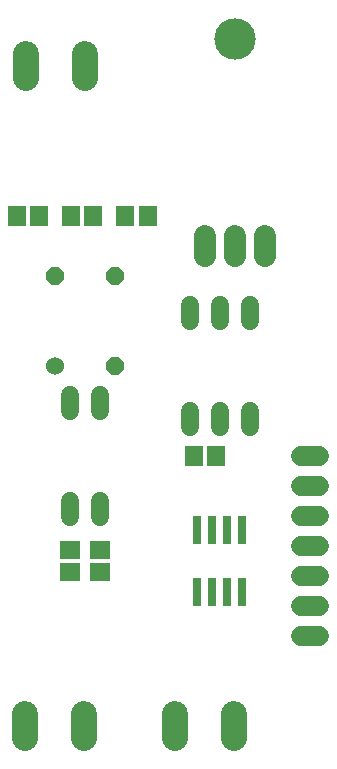
<source format=gbr>
G04 EAGLE Gerber RS-274X export*
G75*
%MOMM*%
%FSLAX34Y34*%
%LPD*%
%INSoldermask Top*%
%IPPOS*%
%AMOC8*
5,1,8,0,0,1.08239X$1,22.5*%
G01*
%ADD10C,2.184400*%
%ADD11C,1.524000*%
%ADD12P,1.649562X8X22.500000*%
%ADD13R,1.703200X1.503200*%
%ADD14C,1.524000*%
%ADD15R,1.503200X1.703200*%
%ADD16C,1.727200*%
%ADD17C,1.879600*%
%ADD18C,3.505200*%
%ADD19R,0.803200X2.403200*%


D10*
X101346Y632206D02*
X101346Y612394D01*
X51308Y612394D02*
X51308Y632206D01*
X51054Y73406D02*
X51054Y53594D01*
X101092Y53594D02*
X101092Y73406D01*
D11*
X76200Y368300D03*
D12*
X127000Y368300D03*
X127000Y444500D03*
X76200Y444500D03*
D13*
X114300Y212700D03*
X114300Y193700D03*
D14*
X190500Y316992D02*
X190500Y330200D01*
X215900Y330200D02*
X215900Y316992D01*
X215900Y406400D02*
X215900Y419608D01*
X190500Y419608D02*
X190500Y406400D01*
X241300Y330200D02*
X241300Y316992D01*
X241300Y406400D02*
X241300Y419608D01*
X114300Y343408D02*
X114300Y330200D01*
X88900Y330200D02*
X88900Y343408D01*
X88900Y254000D02*
X88900Y240792D01*
X114300Y240792D02*
X114300Y254000D01*
D15*
X89800Y495300D03*
X108800Y495300D03*
X44000Y495300D03*
X63000Y495300D03*
X135600Y495300D03*
X154600Y495300D03*
D13*
X88900Y193700D03*
X88900Y212700D03*
D15*
X212700Y292100D03*
X193700Y292100D03*
D16*
X284480Y139700D02*
X299720Y139700D01*
X299720Y165100D02*
X284480Y165100D01*
X284480Y190500D02*
X299720Y190500D01*
X299720Y215900D02*
X284480Y215900D01*
X284480Y241300D02*
X299720Y241300D01*
X299720Y266700D02*
X284480Y266700D01*
X284480Y292100D02*
X299720Y292100D01*
D17*
X203200Y461518D02*
X203200Y478282D01*
X228600Y478282D02*
X228600Y461518D01*
X254000Y461518D02*
X254000Y478282D01*
D18*
X228600Y645160D03*
D10*
X178054Y73406D02*
X178054Y53594D01*
X228092Y53594D02*
X228092Y73406D01*
D19*
X209550Y177200D03*
X209550Y229200D03*
X196850Y177200D03*
X222250Y177200D03*
X234950Y177200D03*
X196850Y229200D03*
X222250Y229200D03*
X234950Y229200D03*
M02*

</source>
